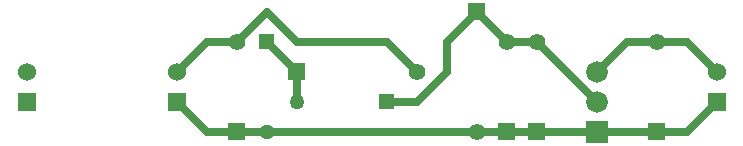
<source format=gbr>
G04 start of page 2 for group 0 idx 0 *
G04 Title: (unknown), component *
G04 Creator: pcb 20110918 *
G04 CreationDate: Sun 02 Jun 2013 04:31:48 PM GMT UTC *
G04 For: commonadmin *
G04 Format: Gerber/RS-274X *
G04 PCB-Dimensions: 600000 500000 *
G04 PCB-Coordinate-Origin: lower left *
%MOIN*%
%FSLAX25Y25*%
%LNTOP*%
%ADD20C,0.0380*%
%ADD19C,0.0420*%
%ADD18C,0.0200*%
%ADD17C,0.0300*%
%ADD16C,0.0500*%
%ADD15C,0.0600*%
%ADD14C,0.0720*%
%ADD13C,0.0001*%
%ADD12C,0.0550*%
%ADD11C,0.0250*%
G54D11*X150000Y30000D02*X160000D01*
X90000Y20000D02*X250000D01*
X260000Y30000D01*
X160000D02*X170000Y40000D01*
Y50000D01*
X150000D02*X160000Y40000D01*
X170000Y50000D02*X180000Y60000D01*
X190000Y50000D01*
X200000D01*
X230000D02*X250000D01*
X200000D02*X220000Y30000D01*
Y40000D02*X230000Y50000D01*
X250000D02*X260000Y40000D01*
X100000Y50000D02*X110000Y60000D01*
X120000Y50000D01*
X150000D01*
X110000D02*X120000Y40000D01*
X80000D02*X90000Y50000D01*
X100000D01*
X120000Y40000D02*Y30000D01*
X80000D02*X90000Y20000D01*
G54D12*X160000Y40000D03*
G54D13*G36*
X147500Y32500D02*Y27500D01*
X152500D01*
Y32500D01*
X147500D01*
G37*
G36*
X187250Y22750D02*Y17250D01*
X192750D01*
Y22750D01*
X187250D01*
G37*
G36*
X197250D02*Y17250D01*
X202750D01*
Y22750D01*
X197250D01*
G37*
G54D12*X180000Y20000D03*
X190000Y50000D03*
X200000D03*
X240000D03*
G54D13*G36*
X177250Y62750D02*Y57250D01*
X182750D01*
Y62750D01*
X177250D01*
G37*
G36*
X216400Y23600D02*Y16400D01*
X223600D01*
Y23600D01*
X216400D01*
G37*
G54D14*X220000Y30000D03*
Y40000D03*
G54D13*G36*
X237250Y22750D02*Y17250D01*
X242750D01*
Y22750D01*
X237250D01*
G37*
G36*
X257000Y33000D02*Y27000D01*
X263000D01*
Y33000D01*
X257000D01*
G37*
G54D15*X260000Y40000D03*
G54D13*G36*
X77000Y33000D02*Y27000D01*
X83000D01*
Y33000D01*
X77000D01*
G37*
G54D15*X80000Y40000D03*
G54D13*G36*
X27000Y33000D02*Y27000D01*
X33000D01*
Y33000D01*
X27000D01*
G37*
G54D15*X30000Y40000D03*
G54D13*G36*
X97250Y22750D02*Y17250D01*
X102750D01*
Y22750D01*
X97250D01*
G37*
G54D12*X100000Y50000D03*
G54D13*G36*
X117250Y42750D02*Y37250D01*
X122750D01*
Y42750D01*
X117250D01*
G37*
G36*
X107500Y52500D02*Y47500D01*
X112500D01*
Y52500D01*
X107500D01*
G37*
G54D16*X110000Y20000D03*
X120000Y30000D03*
G54D17*G54D18*G54D17*G54D19*G54D17*G54D20*G54D17*G54D18*M02*

</source>
